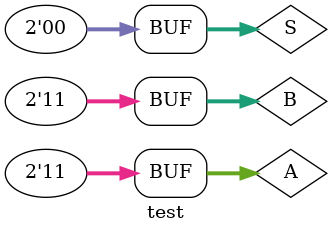
<source format=v>
`timescale 1ns / 1ps


module test;

	// Inputs
	reg [1:0] A;
	reg [1:0] B;
	reg [1:0] S;

	// Outputs
	wire [3:0] out;

	// Instantiate the Unit Under Test (UUT)
	ALU uut (
		.out(out), 
		.A(A), 
		.B(B), 
		.S(S)
	);

	initial begin
	A = 2'b00;
		B = 2'b01;
		S = 2'b00;
		#100;
        
		A = 2'b00;
		B = 2'b01;
		S = 2'b01;
		#100;
		
		A = 2'b10;
		B = 2'b01;
		S = 2'b01;
		#100;
		
		A = 2'b11;
		B = 2'b01;
		S = 2'b10;
		#100;
		
		A = 2'b10;
		B = 2'b01;
		S = 2'b10;
		#100;
		
		A = 2'b10;
		B = 2'b01;
		S = 2'b11;
		#100;
		
		A = 2'b10;
		B = 2'b11;
		S = 2'b11;
		#100;
		
		A = 2'b11;
		B = 2'b11;
		S = 2'b11;
		#100;
		
		A = 2'b01;
		B = 2'b01;
		S = 2'b11;
		#100;
		
		A = 2'b11;
		B = 2'b11;
		S = 2'b00;
		#100;
	end
 
      
endmodule


</source>
